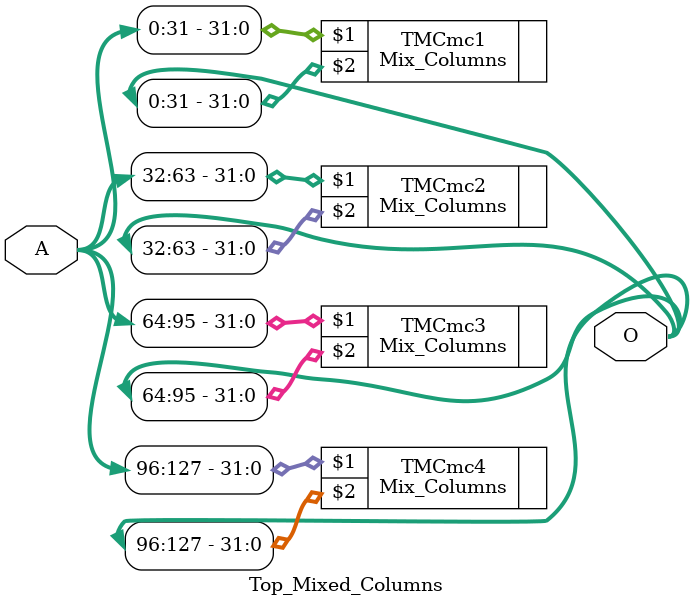
<source format=v>
`timescale 1ns / 1ps


module Top_Mixed_Columns(A,O);
input [0:127] A;
output [0:127] O;
Mix_Columns TMCmc1(A[0:31],O[0:31]);
Mix_Columns TMCmc2(A[32:63],O[32:63]);
Mix_Columns TMCmc3(A[64:95],O[64:95]);
Mix_Columns TMCmc4(A[96:127],O[96:127]);
endmodule

</source>
